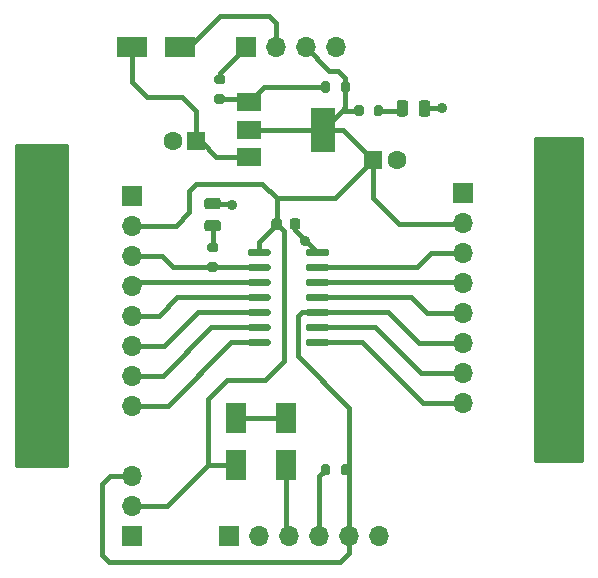
<source format=gbr>
%TF.GenerationSoftware,KiCad,Pcbnew,5.1.9-73d0e3b20d~88~ubuntu20.04.1*%
%TF.CreationDate,2021-02-20T23:14:02+01:00*%
%TF.ProjectId,attiny-214-414-814-proto,61747469-6e79-42d3-9231-342d3431342d,rev?*%
%TF.SameCoordinates,Original*%
%TF.FileFunction,Copper,L1,Top*%
%TF.FilePolarity,Positive*%
%FSLAX46Y46*%
G04 Gerber Fmt 4.6, Leading zero omitted, Abs format (unit mm)*
G04 Created by KiCad (PCBNEW 5.1.9-73d0e3b20d~88~ubuntu20.04.1) date 2021-02-20 23:14:02*
%MOMM*%
%LPD*%
G01*
G04 APERTURE LIST*
%TA.AperFunction,SMDPad,CuDef*%
%ADD10R,1.800000X2.500000*%
%TD*%
%TA.AperFunction,SMDPad,CuDef*%
%ADD11R,2.500000X1.800000*%
%TD*%
%TA.AperFunction,SMDPad,CuDef*%
%ADD12R,2.000000X1.500000*%
%TD*%
%TA.AperFunction,SMDPad,CuDef*%
%ADD13R,2.000000X3.800000*%
%TD*%
%TA.AperFunction,ComponentPad*%
%ADD14O,1.700000X1.700000*%
%TD*%
%TA.AperFunction,ComponentPad*%
%ADD15R,1.700000X1.700000*%
%TD*%
%TA.AperFunction,ComponentPad*%
%ADD16C,1.600000*%
%TD*%
%TA.AperFunction,ComponentPad*%
%ADD17R,1.600000X1.600000*%
%TD*%
%TA.AperFunction,ViaPad*%
%ADD18C,0.900000*%
%TD*%
%TA.AperFunction,Conductor*%
%ADD19C,0.400000*%
%TD*%
%TA.AperFunction,Conductor*%
%ADD20C,0.254000*%
%TD*%
%TA.AperFunction,Conductor*%
%ADD21C,0.100000*%
%TD*%
G04 APERTURE END LIST*
D10*
%TO.P,D5,2*%
%TO.N,Net-(D5-Pad2)*%
X104000000Y-99000000D03*
%TO.P,D5,1*%
%TO.N,Net-(D4-Pad2)*%
X104000000Y-95000000D03*
%TD*%
%TO.P,D4,2*%
%TO.N,Net-(D4-Pad2)*%
X99800000Y-95000000D03*
%TO.P,D4,1*%
%TO.N,Net-(C1-Pad1)*%
X99800000Y-99000000D03*
%TD*%
D11*
%TO.P,D1,2*%
%TO.N,Net-(D1-Pad2)*%
X95000000Y-63600000D03*
%TO.P,D1,1*%
%TO.N,Net-(C2-Pad1)*%
X91000000Y-63600000D03*
%TD*%
%TO.P,U2,14*%
%TO.N,GND*%
%TA.AperFunction,SMDPad,CuDef*%
G36*
G01*
X105700000Y-81140000D02*
X105700000Y-80840000D01*
G75*
G02*
X105850000Y-80690000I150000J0D01*
G01*
X107500000Y-80690000D01*
G75*
G02*
X107650000Y-80840000I0J-150000D01*
G01*
X107650000Y-81140000D01*
G75*
G02*
X107500000Y-81290000I-150000J0D01*
G01*
X105850000Y-81290000D01*
G75*
G02*
X105700000Y-81140000I0J150000D01*
G01*
G37*
%TD.AperFunction*%
%TO.P,U2,13*%
%TO.N,Net-(J5-Pad3)*%
%TA.AperFunction,SMDPad,CuDef*%
G36*
G01*
X105700000Y-82410000D02*
X105700000Y-82110000D01*
G75*
G02*
X105850000Y-81960000I150000J0D01*
G01*
X107500000Y-81960000D01*
G75*
G02*
X107650000Y-82110000I0J-150000D01*
G01*
X107650000Y-82410000D01*
G75*
G02*
X107500000Y-82560000I-150000J0D01*
G01*
X105850000Y-82560000D01*
G75*
G02*
X105700000Y-82410000I0J150000D01*
G01*
G37*
%TD.AperFunction*%
%TO.P,U2,12*%
%TO.N,Net-(J5-Pad4)*%
%TA.AperFunction,SMDPad,CuDef*%
G36*
G01*
X105700000Y-83680000D02*
X105700000Y-83380000D01*
G75*
G02*
X105850000Y-83230000I150000J0D01*
G01*
X107500000Y-83230000D01*
G75*
G02*
X107650000Y-83380000I0J-150000D01*
G01*
X107650000Y-83680000D01*
G75*
G02*
X107500000Y-83830000I-150000J0D01*
G01*
X105850000Y-83830000D01*
G75*
G02*
X105700000Y-83680000I0J150000D01*
G01*
G37*
%TD.AperFunction*%
%TO.P,U2,11*%
%TO.N,Net-(J5-Pad5)*%
%TA.AperFunction,SMDPad,CuDef*%
G36*
G01*
X105700000Y-84950000D02*
X105700000Y-84650000D01*
G75*
G02*
X105850000Y-84500000I150000J0D01*
G01*
X107500000Y-84500000D01*
G75*
G02*
X107650000Y-84650000I0J-150000D01*
G01*
X107650000Y-84950000D01*
G75*
G02*
X107500000Y-85100000I-150000J0D01*
G01*
X105850000Y-85100000D01*
G75*
G02*
X105700000Y-84950000I0J150000D01*
G01*
G37*
%TD.AperFunction*%
%TO.P,U2,10*%
%TO.N,Net-(J2-Pad3)*%
%TA.AperFunction,SMDPad,CuDef*%
G36*
G01*
X105700000Y-86220000D02*
X105700000Y-85920000D01*
G75*
G02*
X105850000Y-85770000I150000J0D01*
G01*
X107500000Y-85770000D01*
G75*
G02*
X107650000Y-85920000I0J-150000D01*
G01*
X107650000Y-86220000D01*
G75*
G02*
X107500000Y-86370000I-150000J0D01*
G01*
X105850000Y-86370000D01*
G75*
G02*
X105700000Y-86220000I0J150000D01*
G01*
G37*
%TD.AperFunction*%
%TO.P,U2,9*%
%TO.N,Net-(J5-Pad7)*%
%TA.AperFunction,SMDPad,CuDef*%
G36*
G01*
X105700000Y-87490000D02*
X105700000Y-87190000D01*
G75*
G02*
X105850000Y-87040000I150000J0D01*
G01*
X107500000Y-87040000D01*
G75*
G02*
X107650000Y-87190000I0J-150000D01*
G01*
X107650000Y-87490000D01*
G75*
G02*
X107500000Y-87640000I-150000J0D01*
G01*
X105850000Y-87640000D01*
G75*
G02*
X105700000Y-87490000I0J150000D01*
G01*
G37*
%TD.AperFunction*%
%TO.P,U2,8*%
%TO.N,Net-(J5-Pad8)*%
%TA.AperFunction,SMDPad,CuDef*%
G36*
G01*
X105700000Y-88760000D02*
X105700000Y-88460000D01*
G75*
G02*
X105850000Y-88310000I150000J0D01*
G01*
X107500000Y-88310000D01*
G75*
G02*
X107650000Y-88460000I0J-150000D01*
G01*
X107650000Y-88760000D01*
G75*
G02*
X107500000Y-88910000I-150000J0D01*
G01*
X105850000Y-88910000D01*
G75*
G02*
X105700000Y-88760000I0J150000D01*
G01*
G37*
%TD.AperFunction*%
%TO.P,U2,7*%
%TO.N,Net-(J3-Pad8)*%
%TA.AperFunction,SMDPad,CuDef*%
G36*
G01*
X100750000Y-88760000D02*
X100750000Y-88460000D01*
G75*
G02*
X100900000Y-88310000I150000J0D01*
G01*
X102550000Y-88310000D01*
G75*
G02*
X102700000Y-88460000I0J-150000D01*
G01*
X102700000Y-88760000D01*
G75*
G02*
X102550000Y-88910000I-150000J0D01*
G01*
X100900000Y-88910000D01*
G75*
G02*
X100750000Y-88760000I0J150000D01*
G01*
G37*
%TD.AperFunction*%
%TO.P,U2,6*%
%TO.N,Net-(J3-Pad7)*%
%TA.AperFunction,SMDPad,CuDef*%
G36*
G01*
X100750000Y-87490000D02*
X100750000Y-87190000D01*
G75*
G02*
X100900000Y-87040000I150000J0D01*
G01*
X102550000Y-87040000D01*
G75*
G02*
X102700000Y-87190000I0J-150000D01*
G01*
X102700000Y-87490000D01*
G75*
G02*
X102550000Y-87640000I-150000J0D01*
G01*
X100900000Y-87640000D01*
G75*
G02*
X100750000Y-87490000I0J150000D01*
G01*
G37*
%TD.AperFunction*%
%TO.P,U2,5*%
%TO.N,Net-(J3-Pad6)*%
%TA.AperFunction,SMDPad,CuDef*%
G36*
G01*
X100750000Y-86220000D02*
X100750000Y-85920000D01*
G75*
G02*
X100900000Y-85770000I150000J0D01*
G01*
X102550000Y-85770000D01*
G75*
G02*
X102700000Y-85920000I0J-150000D01*
G01*
X102700000Y-86220000D01*
G75*
G02*
X102550000Y-86370000I-150000J0D01*
G01*
X100900000Y-86370000D01*
G75*
G02*
X100750000Y-86220000I0J150000D01*
G01*
G37*
%TD.AperFunction*%
%TO.P,U2,4*%
%TO.N,Net-(J3-Pad5)*%
%TA.AperFunction,SMDPad,CuDef*%
G36*
G01*
X100750000Y-84950000D02*
X100750000Y-84650000D01*
G75*
G02*
X100900000Y-84500000I150000J0D01*
G01*
X102550000Y-84500000D01*
G75*
G02*
X102700000Y-84650000I0J-150000D01*
G01*
X102700000Y-84950000D01*
G75*
G02*
X102550000Y-85100000I-150000J0D01*
G01*
X100900000Y-85100000D01*
G75*
G02*
X100750000Y-84950000I0J150000D01*
G01*
G37*
%TD.AperFunction*%
%TO.P,U2,3*%
%TO.N,Net-(J3-Pad4)*%
%TA.AperFunction,SMDPad,CuDef*%
G36*
G01*
X100750000Y-83680000D02*
X100750000Y-83380000D01*
G75*
G02*
X100900000Y-83230000I150000J0D01*
G01*
X102550000Y-83230000D01*
G75*
G02*
X102700000Y-83380000I0J-150000D01*
G01*
X102700000Y-83680000D01*
G75*
G02*
X102550000Y-83830000I-150000J0D01*
G01*
X100900000Y-83830000D01*
G75*
G02*
X100750000Y-83680000I0J150000D01*
G01*
G37*
%TD.AperFunction*%
%TO.P,U2,2*%
%TO.N,Net-(J3-Pad3)*%
%TA.AperFunction,SMDPad,CuDef*%
G36*
G01*
X100750000Y-82410000D02*
X100750000Y-82110000D01*
G75*
G02*
X100900000Y-81960000I150000J0D01*
G01*
X102550000Y-81960000D01*
G75*
G02*
X102700000Y-82110000I0J-150000D01*
G01*
X102700000Y-82410000D01*
G75*
G02*
X102550000Y-82560000I-150000J0D01*
G01*
X100900000Y-82560000D01*
G75*
G02*
X100750000Y-82410000I0J150000D01*
G01*
G37*
%TD.AperFunction*%
%TO.P,U2,1*%
%TO.N,Net-(C1-Pad1)*%
%TA.AperFunction,SMDPad,CuDef*%
G36*
G01*
X100750000Y-81140000D02*
X100750000Y-80840000D01*
G75*
G02*
X100900000Y-80690000I150000J0D01*
G01*
X102550000Y-80690000D01*
G75*
G02*
X102700000Y-80840000I0J-150000D01*
G01*
X102700000Y-81140000D01*
G75*
G02*
X102550000Y-81290000I-150000J0D01*
G01*
X100900000Y-81290000D01*
G75*
G02*
X100750000Y-81140000I0J150000D01*
G01*
G37*
%TD.AperFunction*%
%TD*%
D12*
%TO.P,U1,1*%
%TO.N,Net-(R3-Pad2)*%
X100850000Y-68300000D03*
%TO.P,U1,3*%
%TO.N,Net-(C2-Pad1)*%
X100850000Y-72900000D03*
%TO.P,U1,2*%
%TO.N,Net-(C1-Pad1)*%
X100850000Y-70600000D03*
D13*
X107150000Y-70600000D03*
%TD*%
%TO.P,R5,2*%
%TO.N,Net-(J4-Pad4)*%
%TA.AperFunction,SMDPad,CuDef*%
G36*
G01*
X107775000Y-99125000D02*
X107775000Y-99675000D01*
G75*
G02*
X107575000Y-99875000I-200000J0D01*
G01*
X107175000Y-99875000D01*
G75*
G02*
X106975000Y-99675000I0J200000D01*
G01*
X106975000Y-99125000D01*
G75*
G02*
X107175000Y-98925000I200000J0D01*
G01*
X107575000Y-98925000D01*
G75*
G02*
X107775000Y-99125000I0J-200000D01*
G01*
G37*
%TD.AperFunction*%
%TO.P,R5,1*%
%TO.N,Net-(J2-Pad3)*%
%TA.AperFunction,SMDPad,CuDef*%
G36*
G01*
X109425000Y-99125000D02*
X109425000Y-99675000D01*
G75*
G02*
X109225000Y-99875000I-200000J0D01*
G01*
X108825000Y-99875000D01*
G75*
G02*
X108625000Y-99675000I0J200000D01*
G01*
X108625000Y-99125000D01*
G75*
G02*
X108825000Y-98925000I200000J0D01*
G01*
X109225000Y-98925000D01*
G75*
G02*
X109425000Y-99125000I0J-200000D01*
G01*
G37*
%TD.AperFunction*%
%TD*%
%TO.P,R4,2*%
%TO.N,Net-(C1-Pad1)*%
%TA.AperFunction,SMDPad,CuDef*%
G36*
G01*
X108625000Y-67275000D02*
X108625000Y-66725000D01*
G75*
G02*
X108825000Y-66525000I200000J0D01*
G01*
X109225000Y-66525000D01*
G75*
G02*
X109425000Y-66725000I0J-200000D01*
G01*
X109425000Y-67275000D01*
G75*
G02*
X109225000Y-67475000I-200000J0D01*
G01*
X108825000Y-67475000D01*
G75*
G02*
X108625000Y-67275000I0J200000D01*
G01*
G37*
%TD.AperFunction*%
%TO.P,R4,1*%
%TO.N,Net-(R3-Pad2)*%
%TA.AperFunction,SMDPad,CuDef*%
G36*
G01*
X106975000Y-67275000D02*
X106975000Y-66725000D01*
G75*
G02*
X107175000Y-66525000I200000J0D01*
G01*
X107575000Y-66525000D01*
G75*
G02*
X107775000Y-66725000I0J-200000D01*
G01*
X107775000Y-67275000D01*
G75*
G02*
X107575000Y-67475000I-200000J0D01*
G01*
X107175000Y-67475000D01*
G75*
G02*
X106975000Y-67275000I0J200000D01*
G01*
G37*
%TD.AperFunction*%
%TD*%
%TO.P,R3,2*%
%TO.N,Net-(R3-Pad2)*%
%TA.AperFunction,SMDPad,CuDef*%
G36*
G01*
X98125000Y-67625000D02*
X98675000Y-67625000D01*
G75*
G02*
X98875000Y-67825000I0J-200000D01*
G01*
X98875000Y-68225000D01*
G75*
G02*
X98675000Y-68425000I-200000J0D01*
G01*
X98125000Y-68425000D01*
G75*
G02*
X97925000Y-68225000I0J200000D01*
G01*
X97925000Y-67825000D01*
G75*
G02*
X98125000Y-67625000I200000J0D01*
G01*
G37*
%TD.AperFunction*%
%TO.P,R3,1*%
%TO.N,GND*%
%TA.AperFunction,SMDPad,CuDef*%
G36*
G01*
X98125000Y-65975000D02*
X98675000Y-65975000D01*
G75*
G02*
X98875000Y-66175000I0J-200000D01*
G01*
X98875000Y-66575000D01*
G75*
G02*
X98675000Y-66775000I-200000J0D01*
G01*
X98125000Y-66775000D01*
G75*
G02*
X97925000Y-66575000I0J200000D01*
G01*
X97925000Y-66175000D01*
G75*
G02*
X98125000Y-65975000I200000J0D01*
G01*
G37*
%TD.AperFunction*%
%TD*%
%TO.P,R2,2*%
%TO.N,Net-(C1-Pad1)*%
%TA.AperFunction,SMDPad,CuDef*%
G36*
G01*
X110575000Y-68725000D02*
X110575000Y-69275000D01*
G75*
G02*
X110375000Y-69475000I-200000J0D01*
G01*
X109975000Y-69475000D01*
G75*
G02*
X109775000Y-69275000I0J200000D01*
G01*
X109775000Y-68725000D01*
G75*
G02*
X109975000Y-68525000I200000J0D01*
G01*
X110375000Y-68525000D01*
G75*
G02*
X110575000Y-68725000I0J-200000D01*
G01*
G37*
%TD.AperFunction*%
%TO.P,R2,1*%
%TO.N,Net-(D3-Pad2)*%
%TA.AperFunction,SMDPad,CuDef*%
G36*
G01*
X112225000Y-68725000D02*
X112225000Y-69275000D01*
G75*
G02*
X112025000Y-69475000I-200000J0D01*
G01*
X111625000Y-69475000D01*
G75*
G02*
X111425000Y-69275000I0J200000D01*
G01*
X111425000Y-68725000D01*
G75*
G02*
X111625000Y-68525000I200000J0D01*
G01*
X112025000Y-68525000D01*
G75*
G02*
X112225000Y-68725000I0J-200000D01*
G01*
G37*
%TD.AperFunction*%
%TD*%
%TO.P,R1,2*%
%TO.N,Net-(J3-Pad3)*%
%TA.AperFunction,SMDPad,CuDef*%
G36*
G01*
X97525000Y-81825000D02*
X98075000Y-81825000D01*
G75*
G02*
X98275000Y-82025000I0J-200000D01*
G01*
X98275000Y-82425000D01*
G75*
G02*
X98075000Y-82625000I-200000J0D01*
G01*
X97525000Y-82625000D01*
G75*
G02*
X97325000Y-82425000I0J200000D01*
G01*
X97325000Y-82025000D01*
G75*
G02*
X97525000Y-81825000I200000J0D01*
G01*
G37*
%TD.AperFunction*%
%TO.P,R1,1*%
%TO.N,Net-(D2-Pad2)*%
%TA.AperFunction,SMDPad,CuDef*%
G36*
G01*
X97525000Y-80175000D02*
X98075000Y-80175000D01*
G75*
G02*
X98275000Y-80375000I0J-200000D01*
G01*
X98275000Y-80775000D01*
G75*
G02*
X98075000Y-80975000I-200000J0D01*
G01*
X97525000Y-80975000D01*
G75*
G02*
X97325000Y-80775000I0J200000D01*
G01*
X97325000Y-80375000D01*
G75*
G02*
X97525000Y-80175000I200000J0D01*
G01*
G37*
%TD.AperFunction*%
%TD*%
D14*
%TO.P,J5,8*%
%TO.N,Net-(J5-Pad8)*%
X119000000Y-93780000D03*
%TO.P,J5,7*%
%TO.N,Net-(J5-Pad7)*%
X119000000Y-91240000D03*
%TO.P,J5,6*%
%TO.N,Net-(J2-Pad3)*%
X119000000Y-88700000D03*
%TO.P,J5,5*%
%TO.N,Net-(J5-Pad5)*%
X119000000Y-86160000D03*
%TO.P,J5,4*%
%TO.N,Net-(J5-Pad4)*%
X119000000Y-83620000D03*
%TO.P,J5,3*%
%TO.N,Net-(J5-Pad3)*%
X119000000Y-81080000D03*
%TO.P,J5,2*%
%TO.N,Net-(C1-Pad1)*%
X119000000Y-78540000D03*
D15*
%TO.P,J5,1*%
%TO.N,GND*%
X119000000Y-76000000D03*
%TD*%
D14*
%TO.P,J4,6*%
%TO.N,Net-(J4-Pad6)*%
X111900000Y-105000000D03*
%TO.P,J4,5*%
%TO.N,Net-(J2-Pad3)*%
X109360000Y-105000000D03*
%TO.P,J4,4*%
%TO.N,Net-(J4-Pad4)*%
X106820000Y-105000000D03*
%TO.P,J4,3*%
%TO.N,Net-(D5-Pad2)*%
X104280000Y-105000000D03*
%TO.P,J4,2*%
%TO.N,Net-(J4-Pad2)*%
X101740000Y-105000000D03*
D15*
%TO.P,J4,1*%
%TO.N,GND*%
X99200000Y-105000000D03*
%TD*%
D14*
%TO.P,J3,8*%
%TO.N,Net-(J3-Pad8)*%
X91000000Y-93980000D03*
%TO.P,J3,7*%
%TO.N,Net-(J3-Pad7)*%
X91000000Y-91440000D03*
%TO.P,J3,6*%
%TO.N,Net-(J3-Pad6)*%
X91000000Y-88900000D03*
%TO.P,J3,5*%
%TO.N,Net-(J3-Pad5)*%
X91000000Y-86360000D03*
%TO.P,J3,4*%
%TO.N,Net-(J3-Pad4)*%
X91000000Y-83820000D03*
%TO.P,J3,3*%
%TO.N,Net-(J3-Pad3)*%
X91000000Y-81280000D03*
%TO.P,J3,2*%
%TO.N,Net-(C1-Pad1)*%
X91000000Y-78740000D03*
D15*
%TO.P,J3,1*%
%TO.N,GND*%
X91000000Y-76200000D03*
%TD*%
D14*
%TO.P,J2,3*%
%TO.N,Net-(J2-Pad3)*%
X91000000Y-99920000D03*
%TO.P,J2,2*%
%TO.N,Net-(C1-Pad1)*%
X91000000Y-102460000D03*
D15*
%TO.P,J2,1*%
%TO.N,GND*%
X91000000Y-105000000D03*
%TD*%
D14*
%TO.P,J1,4*%
%TO.N,GND*%
X108220000Y-63600000D03*
%TO.P,J1,3*%
%TO.N,Net-(C1-Pad1)*%
X105680000Y-63600000D03*
%TO.P,J1,2*%
%TO.N,Net-(D1-Pad2)*%
X103140000Y-63600000D03*
D15*
%TO.P,J1,1*%
%TO.N,GND*%
X100600000Y-63600000D03*
%TD*%
%TO.P,D3,2*%
%TO.N,Net-(D3-Pad2)*%
%TA.AperFunction,SMDPad,CuDef*%
G36*
G01*
X114350000Y-68343750D02*
X114350000Y-69256250D01*
G75*
G02*
X114106250Y-69500000I-243750J0D01*
G01*
X113618750Y-69500000D01*
G75*
G02*
X113375000Y-69256250I0J243750D01*
G01*
X113375000Y-68343750D01*
G75*
G02*
X113618750Y-68100000I243750J0D01*
G01*
X114106250Y-68100000D01*
G75*
G02*
X114350000Y-68343750I0J-243750D01*
G01*
G37*
%TD.AperFunction*%
%TO.P,D3,1*%
%TO.N,GND*%
%TA.AperFunction,SMDPad,CuDef*%
G36*
G01*
X116225000Y-68343750D02*
X116225000Y-69256250D01*
G75*
G02*
X115981250Y-69500000I-243750J0D01*
G01*
X115493750Y-69500000D01*
G75*
G02*
X115250000Y-69256250I0J243750D01*
G01*
X115250000Y-68343750D01*
G75*
G02*
X115493750Y-68100000I243750J0D01*
G01*
X115981250Y-68100000D01*
G75*
G02*
X116225000Y-68343750I0J-243750D01*
G01*
G37*
%TD.AperFunction*%
%TD*%
%TO.P,D2,2*%
%TO.N,Net-(D2-Pad2)*%
%TA.AperFunction,SMDPad,CuDef*%
G36*
G01*
X97343750Y-78250000D02*
X98256250Y-78250000D01*
G75*
G02*
X98500000Y-78493750I0J-243750D01*
G01*
X98500000Y-78981250D01*
G75*
G02*
X98256250Y-79225000I-243750J0D01*
G01*
X97343750Y-79225000D01*
G75*
G02*
X97100000Y-78981250I0J243750D01*
G01*
X97100000Y-78493750D01*
G75*
G02*
X97343750Y-78250000I243750J0D01*
G01*
G37*
%TD.AperFunction*%
%TO.P,D2,1*%
%TO.N,GND*%
%TA.AperFunction,SMDPad,CuDef*%
G36*
G01*
X97343750Y-76375000D02*
X98256250Y-76375000D01*
G75*
G02*
X98500000Y-76618750I0J-243750D01*
G01*
X98500000Y-77106250D01*
G75*
G02*
X98256250Y-77350000I-243750J0D01*
G01*
X97343750Y-77350000D01*
G75*
G02*
X97100000Y-77106250I0J243750D01*
G01*
X97100000Y-76618750D01*
G75*
G02*
X97343750Y-76375000I243750J0D01*
G01*
G37*
%TD.AperFunction*%
%TD*%
D16*
%TO.P,C3,2*%
%TO.N,GND*%
X113400000Y-73200000D03*
D17*
%TO.P,C3,1*%
%TO.N,Net-(C1-Pad1)*%
X111400000Y-73200000D03*
%TD*%
D16*
%TO.P,C2,2*%
%TO.N,GND*%
X94400000Y-71600000D03*
D17*
%TO.P,C2,1*%
%TO.N,Net-(C2-Pad1)*%
X96400000Y-71600000D03*
%TD*%
%TO.P,C1,2*%
%TO.N,GND*%
%TA.AperFunction,SMDPad,CuDef*%
G36*
G01*
X104325000Y-78850000D02*
X104325000Y-78350000D01*
G75*
G02*
X104550000Y-78125000I225000J0D01*
G01*
X105000000Y-78125000D01*
G75*
G02*
X105225000Y-78350000I0J-225000D01*
G01*
X105225000Y-78850000D01*
G75*
G02*
X105000000Y-79075000I-225000J0D01*
G01*
X104550000Y-79075000D01*
G75*
G02*
X104325000Y-78850000I0J225000D01*
G01*
G37*
%TD.AperFunction*%
%TO.P,C1,1*%
%TO.N,Net-(C1-Pad1)*%
%TA.AperFunction,SMDPad,CuDef*%
G36*
G01*
X102775000Y-78850000D02*
X102775000Y-78350000D01*
G75*
G02*
X103000000Y-78125000I225000J0D01*
G01*
X103450000Y-78125000D01*
G75*
G02*
X103675000Y-78350000I0J-225000D01*
G01*
X103675000Y-78850000D01*
G75*
G02*
X103450000Y-79075000I-225000J0D01*
G01*
X103000000Y-79075000D01*
G75*
G02*
X102775000Y-78850000I0J225000D01*
G01*
G37*
%TD.AperFunction*%
%TD*%
D18*
%TO.N,GND*%
X83000000Y-97000000D03*
X82400000Y-75400000D03*
X126800000Y-73200000D03*
X127200000Y-86000000D03*
X127200000Y-96600000D03*
X105600000Y-80000000D03*
X99400000Y-77000000D03*
X117200000Y-68800000D03*
X82800000Y-87800000D03*
%TD*%
D19*
%TO.N,GND*%
X82400000Y-75200000D02*
X82400000Y-75400000D01*
X126600000Y-73200000D02*
X126800000Y-73200000D01*
X127200000Y-96800000D02*
X127200000Y-96600000D01*
X104775000Y-78600000D02*
X104775000Y-79090000D01*
X105657500Y-80057500D02*
X105600000Y-80000000D01*
X105742500Y-80057500D02*
X105657500Y-80057500D01*
X104775000Y-79090000D02*
X105742500Y-80057500D01*
X105742500Y-80057500D02*
X106675000Y-80990000D01*
X99262500Y-76862500D02*
X99400000Y-77000000D01*
X97800000Y-76862500D02*
X99262500Y-76862500D01*
X115737500Y-68800000D02*
X117200000Y-68800000D01*
X98400000Y-65800000D02*
X100600000Y-63600000D01*
X98400000Y-66375000D02*
X98400000Y-65800000D01*
%TO.N,Net-(C1-Pad1)*%
X101725000Y-80100000D02*
X103225000Y-78600000D01*
X101725000Y-80990000D02*
X101725000Y-80100000D01*
X91000000Y-78740000D02*
X94660000Y-78740000D01*
X94660000Y-78740000D02*
X95800000Y-77600000D01*
X95800000Y-77600000D02*
X95800000Y-75800000D01*
X95800000Y-75800000D02*
X96400000Y-75200000D01*
X96400000Y-75200000D02*
X102000000Y-75200000D01*
X103225000Y-76425000D02*
X103225000Y-78600000D01*
X102000000Y-75200000D02*
X103225000Y-76425000D01*
X103200000Y-70600000D02*
X107150000Y-70600000D01*
X100850000Y-70600000D02*
X103200000Y-70600000D01*
X108750000Y-69000000D02*
X107150000Y-70600000D01*
X110175000Y-69000000D02*
X108750000Y-69000000D01*
X107025000Y-70475000D02*
X107150000Y-70600000D01*
X108800000Y-70600000D02*
X111400000Y-73200000D01*
X107150000Y-70600000D02*
X108800000Y-70600000D01*
X119000000Y-78540000D02*
X119140000Y-78540000D01*
X119140000Y-78540000D02*
X119080000Y-78600000D01*
X119080000Y-78600000D02*
X113600000Y-78600000D01*
X111400000Y-76400000D02*
X111400000Y-73200000D01*
X113600000Y-78600000D02*
X111400000Y-76400000D01*
X108175000Y-76425000D02*
X111400000Y-73200000D01*
X103225000Y-76425000D02*
X108175000Y-76425000D01*
X91000000Y-102460000D02*
X93940000Y-102460000D01*
X97400000Y-99000000D02*
X99800000Y-99000000D01*
X93940000Y-102460000D02*
X97400000Y-99000000D01*
X97400000Y-99000000D02*
X97400000Y-93400000D01*
X97400000Y-93400000D02*
X99000000Y-91800000D01*
X99000000Y-91800000D02*
X102200000Y-91800000D01*
X102200000Y-91800000D02*
X103800000Y-90200000D01*
X103800000Y-79175000D02*
X103225000Y-78600000D01*
X103800000Y-90200000D02*
X103800000Y-79175000D01*
X109025000Y-68725000D02*
X108750000Y-69000000D01*
X109025000Y-67000000D02*
X109025000Y-68725000D01*
X105680000Y-63600000D02*
X107680000Y-65600000D01*
X107680000Y-65600000D02*
X108400000Y-65600000D01*
X109025000Y-66225000D02*
X109025000Y-67000000D01*
X108400000Y-65600000D02*
X109025000Y-66225000D01*
%TO.N,Net-(C2-Pad1)*%
X96200000Y-71400000D02*
X96400000Y-71600000D01*
X96400000Y-71600000D02*
X96800000Y-71600000D01*
X98100000Y-72900000D02*
X100850000Y-72900000D01*
X96800000Y-71600000D02*
X98100000Y-72900000D01*
X96400000Y-71600000D02*
X96400000Y-69000000D01*
X96400000Y-69000000D02*
X95200000Y-67800000D01*
X95200000Y-67800000D02*
X92200000Y-67800000D01*
X91000000Y-66600000D02*
X91000000Y-63600000D01*
X92200000Y-67800000D02*
X91000000Y-66600000D01*
%TO.N,Net-(D1-Pad2)*%
X95000000Y-63600000D02*
X95800000Y-63600000D01*
X95800000Y-63600000D02*
X98400000Y-61000000D01*
X98400000Y-61000000D02*
X102600000Y-61000000D01*
X103140000Y-61540000D02*
X103140000Y-63600000D01*
X102600000Y-61000000D02*
X103140000Y-61540000D01*
%TO.N,Net-(D2-Pad2)*%
X97800000Y-80575000D02*
X97800000Y-78737500D01*
%TO.N,Net-(D3-Pad2)*%
X113662500Y-69000000D02*
X113862500Y-68800000D01*
X111825000Y-69000000D02*
X113662500Y-69000000D01*
%TO.N,Net-(D4-Pad2)*%
X99800000Y-95000000D02*
X104000000Y-95000000D01*
%TO.N,Net-(D5-Pad2)*%
X104000000Y-104720000D02*
X104280000Y-105000000D01*
X104000000Y-99000000D02*
X104000000Y-104720000D01*
%TO.N,Net-(J2-Pad3)*%
X109360000Y-105000000D02*
X109360000Y-106440000D01*
X109360000Y-106440000D02*
X108600000Y-107200000D01*
X108600000Y-107200000D02*
X89000000Y-107200000D01*
X89000000Y-107200000D02*
X88400000Y-106600000D01*
X88400000Y-106600000D02*
X88400000Y-100600000D01*
X89080000Y-99920000D02*
X91000000Y-99920000D01*
X88400000Y-100600000D02*
X89080000Y-99920000D01*
X106675000Y-86070000D02*
X105330000Y-86070000D01*
X105330000Y-86070000D02*
X105000000Y-86400000D01*
X105000000Y-86400000D02*
X105000000Y-89800000D01*
X105000000Y-89800000D02*
X109360000Y-94160000D01*
X109360000Y-105000000D02*
X109360000Y-103160000D01*
X106675000Y-86070000D02*
X112670000Y-86070000D01*
X115300000Y-88700000D02*
X119000000Y-88700000D01*
X112670000Y-86070000D02*
X115300000Y-88700000D01*
X109320000Y-99400000D02*
X109360000Y-99440000D01*
X109025000Y-99400000D02*
X109320000Y-99400000D01*
X109360000Y-99440000D02*
X109360000Y-103160000D01*
X109360000Y-94160000D02*
X109360000Y-99440000D01*
%TO.N,Net-(J3-Pad8)*%
X101725000Y-88610000D02*
X99390000Y-88610000D01*
X94020000Y-93980000D02*
X91000000Y-93980000D01*
X99390000Y-88610000D02*
X94020000Y-93980000D01*
%TO.N,Net-(J3-Pad7)*%
X101725000Y-87340000D02*
X97660000Y-87340000D01*
X93560000Y-91440000D02*
X91000000Y-91440000D01*
X97660000Y-87340000D02*
X93560000Y-91440000D01*
%TO.N,Net-(J3-Pad6)*%
X101725000Y-86070000D02*
X96530000Y-86070000D01*
X93700000Y-88900000D02*
X91000000Y-88900000D01*
X96530000Y-86070000D02*
X93700000Y-88900000D01*
%TO.N,Net-(J3-Pad5)*%
X101725000Y-84800000D02*
X94800000Y-84800000D01*
X93240000Y-86360000D02*
X91000000Y-86360000D01*
X94800000Y-84800000D02*
X93240000Y-86360000D01*
%TO.N,Net-(J3-Pad4)*%
X91290000Y-83530000D02*
X91000000Y-83820000D01*
X101725000Y-83530000D02*
X91290000Y-83530000D01*
%TO.N,Net-(J3-Pad3)*%
X97835000Y-82260000D02*
X97800000Y-82225000D01*
X101725000Y-82260000D02*
X97835000Y-82260000D01*
X97800000Y-82225000D02*
X94425000Y-82225000D01*
X93480000Y-81280000D02*
X91000000Y-81280000D01*
X94425000Y-82225000D02*
X93480000Y-81280000D01*
%TO.N,Net-(J4-Pad4)*%
X106820000Y-105000000D02*
X106820000Y-102355000D01*
X106820000Y-99955000D02*
X107375000Y-99400000D01*
X106820000Y-102355000D02*
X106820000Y-99955000D01*
%TO.N,Net-(J5-Pad8)*%
X106675000Y-88610000D02*
X110410000Y-88610000D01*
X115580000Y-93780000D02*
X119000000Y-93780000D01*
X110410000Y-88610000D02*
X115580000Y-93780000D01*
%TO.N,Net-(J5-Pad7)*%
X106675000Y-87340000D02*
X111540000Y-87340000D01*
X115440000Y-91240000D02*
X119000000Y-91240000D01*
X111540000Y-87340000D02*
X115440000Y-91240000D01*
%TO.N,Net-(J5-Pad5)*%
X106675000Y-84800000D02*
X114600000Y-84800000D01*
X115960000Y-86160000D02*
X119000000Y-86160000D01*
X114600000Y-84800000D02*
X115960000Y-86160000D01*
%TO.N,Net-(J5-Pad4)*%
X118910000Y-83530000D02*
X119000000Y-83620000D01*
X106675000Y-83530000D02*
X118910000Y-83530000D01*
%TO.N,Net-(J5-Pad3)*%
X106675000Y-82260000D02*
X115140000Y-82260000D01*
X116320000Y-81080000D02*
X119000000Y-81080000D01*
X115140000Y-82260000D02*
X116320000Y-81080000D01*
%TO.N,Net-(R3-Pad2)*%
X101000000Y-68150000D02*
X100850000Y-68300000D01*
X100575000Y-68025000D02*
X100850000Y-68300000D01*
X98400000Y-68025000D02*
X100575000Y-68025000D01*
X102150000Y-67000000D02*
X100850000Y-68300000D01*
X107375000Y-67000000D02*
X102150000Y-67000000D01*
%TD*%
D20*
%TO.N,GND*%
X85473000Y-99073000D02*
X81127000Y-99073000D01*
X81127000Y-71927000D01*
X85473000Y-71927000D01*
X85473000Y-99073000D01*
%TA.AperFunction,Conductor*%
D21*
G36*
X85473000Y-99073000D02*
G01*
X81127000Y-99073000D01*
X81127000Y-71927000D01*
X85473000Y-71927000D01*
X85473000Y-99073000D01*
G37*
%TD.AperFunction*%
%TD*%
D20*
%TO.N,GND*%
X129073000Y-98673000D02*
X125127000Y-98673000D01*
X125127000Y-71327000D01*
X129073000Y-71327000D01*
X129073000Y-98673000D01*
%TA.AperFunction,Conductor*%
D21*
G36*
X129073000Y-98673000D02*
G01*
X125127000Y-98673000D01*
X125127000Y-71327000D01*
X129073000Y-71327000D01*
X129073000Y-98673000D01*
G37*
%TD.AperFunction*%
%TD*%
M02*

</source>
